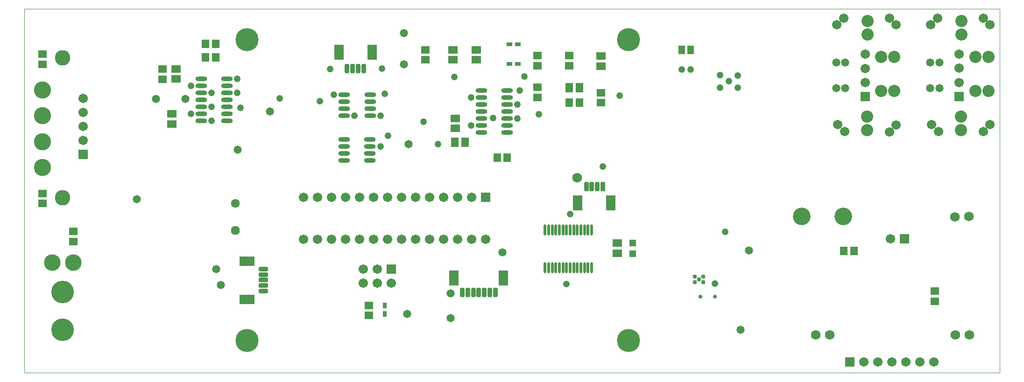
<source format=gts>
%FSLAX25Y25*%
%MOIN*%
G70*
G01*
G75*
G04 Layer_Color=8388736*
G04:AMPARAMS|DCode=10|XSize=23.62mil|YSize=61.02mil|CornerRadius=5.91mil|HoleSize=0mil|Usage=FLASHONLY|Rotation=0.000|XOffset=0mil|YOffset=0mil|HoleType=Round|Shape=RoundedRectangle|*
%AMROUNDEDRECTD10*
21,1,0.02362,0.04921,0,0,0.0*
21,1,0.01181,0.06102,0,0,0.0*
1,1,0.01181,0.00591,-0.02461*
1,1,0.01181,-0.00591,-0.02461*
1,1,0.01181,-0.00591,0.02461*
1,1,0.01181,0.00591,0.02461*
%
%ADD10ROUNDEDRECTD10*%
%ADD11R,0.05906X0.09843*%
%ADD12O,0.07480X0.02362*%
%ADD13O,0.01378X0.07087*%
%ADD14R,0.09843X0.05906*%
G04:AMPARAMS|DCode=15|XSize=23.62mil|YSize=61.02mil|CornerRadius=5.91mil|HoleSize=0mil|Usage=FLASHONLY|Rotation=270.000|XOffset=0mil|YOffset=0mil|HoleType=Round|Shape=RoundedRectangle|*
%AMROUNDEDRECTD15*
21,1,0.02362,0.04921,0,0,270.0*
21,1,0.01181,0.06102,0,0,270.0*
1,1,0.01181,-0.02461,-0.00591*
1,1,0.01181,-0.02461,0.00591*
1,1,0.01181,0.02461,0.00591*
1,1,0.01181,0.02461,-0.00591*
%
%ADD15ROUNDEDRECTD15*%
%ADD16R,0.03937X0.05315*%
%ADD17R,0.04134X0.04331*%
%ADD18R,0.03150X0.01969*%
%ADD19R,0.01969X0.03150*%
%ADD20R,0.04724X0.05315*%
%ADD21R,0.05315X0.04724*%
%ADD22R,0.05709X0.04528*%
%ADD23R,0.04528X0.05709*%
%ADD24C,0.03937*%
%ADD25C,0.01500*%
%ADD26C,0.02000*%
%ADD27C,0.01300*%
%ADD28C,0.04000*%
%ADD29C,0.05000*%
%ADD30C,0.03000*%
%ADD31C,0.06500*%
%ADD32C,0.06000*%
%ADD33C,0.00100*%
%ADD34C,0.07874*%
%ADD35R,0.05906X0.05906*%
%ADD36C,0.05906*%
%ADD37C,0.11024*%
%ADD38C,0.15354*%
%ADD39C,0.06000*%
%ADD40C,0.11417*%
%ADD41R,0.05906X0.05906*%
%ADD42P,0.05966X8X112.5*%
%ADD43C,0.05512*%
%ADD44C,0.11811*%
%ADD45C,0.05000*%
%ADD46C,0.02284*%
%ADD47C,0.10236*%
%ADD48C,0.15700*%
%ADD49C,0.04000*%
%ADD50C,0.02000*%
%ADD51C,0.06200*%
%ADD52R,0.06693X0.12598*%
%ADD53R,0.09449X0.06496*%
%ADD54O,0.01102X0.03347*%
%ADD55R,0.03543X0.02559*%
%ADD56R,0.06102X0.05512*%
%ADD57R,0.04331X0.04134*%
%ADD58R,0.03937X0.02362*%
%ADD59C,0.04500*%
%ADD60C,0.01000*%
%ADD61C,0.02500*%
%ADD62C,0.07000*%
%ADD63C,0.03500*%
%ADD64C,0.05500*%
%ADD65R,0.02756X0.01102*%
%ADD66C,0.01575*%
%ADD67C,0.02362*%
%ADD68C,0.00787*%
%ADD69C,0.00800*%
G04:AMPARAMS|DCode=70|XSize=31.62mil|YSize=69.02mil|CornerRadius=9.91mil|HoleSize=0mil|Usage=FLASHONLY|Rotation=0.000|XOffset=0mil|YOffset=0mil|HoleType=Round|Shape=RoundedRectangle|*
%AMROUNDEDRECTD70*
21,1,0.03162,0.04921,0,0,0.0*
21,1,0.01181,0.06902,0,0,0.0*
1,1,0.01981,0.00591,-0.02461*
1,1,0.01981,-0.00591,-0.02461*
1,1,0.01981,-0.00591,0.02461*
1,1,0.01981,0.00591,0.02461*
%
%ADD70ROUNDEDRECTD70*%
%ADD71R,0.06706X0.10642*%
%ADD72O,0.08280X0.03162*%
%ADD73O,0.02178X0.07887*%
%ADD74R,0.10642X0.06706*%
G04:AMPARAMS|DCode=75|XSize=31.62mil|YSize=69.02mil|CornerRadius=9.91mil|HoleSize=0mil|Usage=FLASHONLY|Rotation=270.000|XOffset=0mil|YOffset=0mil|HoleType=Round|Shape=RoundedRectangle|*
%AMROUNDEDRECTD75*
21,1,0.03162,0.04921,0,0,270.0*
21,1,0.01181,0.06902,0,0,270.0*
1,1,0.01981,-0.02461,-0.00591*
1,1,0.01981,-0.02461,0.00591*
1,1,0.01981,0.02461,0.00591*
1,1,0.01981,0.02461,-0.00591*
%
%ADD75ROUNDEDRECTD75*%
%ADD76R,0.04737X0.06115*%
%ADD77R,0.04934X0.05131*%
%ADD78R,0.03950X0.02769*%
%ADD79R,0.02769X0.03950*%
%ADD80R,0.05524X0.06115*%
%ADD81R,0.06115X0.05524*%
%ADD82R,0.06509X0.05328*%
%ADD83R,0.05328X0.06509*%
%ADD84C,0.08674*%
%ADD85R,0.06706X0.06706*%
%ADD86C,0.06706*%
%ADD87C,0.11824*%
%ADD88C,0.16154*%
%ADD89C,0.06800*%
%ADD90C,0.12217*%
%ADD91R,0.06706X0.06706*%
%ADD92P,0.06832X8X112.5*%
%ADD93C,0.06312*%
%ADD94C,0.12611*%
%ADD95C,0.05800*%
%ADD96C,0.03084*%
%ADD97C,0.11036*%
%ADD98C,0.16500*%
%ADD99C,0.04800*%
%ADD100C,0.02800*%
%ADD101C,0.07000*%
D33*
X696300Y0D02*
Y260000D01*
X-0D02*
X696300D01*
X-0Y0D02*
X696300D01*
X-0D02*
Y260000D01*
D70*
X336050Y57500D02*
D03*
X312550D02*
D03*
X316467D02*
D03*
X320384D02*
D03*
X324300D02*
D03*
X328217D02*
D03*
X332134D02*
D03*
X412861Y133017D02*
D03*
X408928D02*
D03*
X404994D02*
D03*
X401061D02*
D03*
X230250Y217600D02*
D03*
X234184D02*
D03*
X238117D02*
D03*
X242050D02*
D03*
D71*
X341950Y67800D02*
D03*
X306650D02*
D03*
X418661Y121517D02*
D03*
X394961D02*
D03*
X224450Y229100D02*
D03*
X248150D02*
D03*
D72*
X228330Y198900D02*
D03*
Y193900D02*
D03*
Y188900D02*
D03*
Y183900D02*
D03*
X246834Y198900D02*
D03*
Y193900D02*
D03*
Y188900D02*
D03*
Y183900D02*
D03*
X126167Y210000D02*
D03*
Y205000D02*
D03*
Y200000D02*
D03*
Y195000D02*
D03*
Y190000D02*
D03*
Y185000D02*
D03*
Y180000D02*
D03*
X144671Y210000D02*
D03*
Y205000D02*
D03*
Y200000D02*
D03*
Y195000D02*
D03*
Y190000D02*
D03*
Y185000D02*
D03*
Y180000D02*
D03*
X326130Y201790D02*
D03*
Y196790D02*
D03*
Y191790D02*
D03*
Y186790D02*
D03*
Y181790D02*
D03*
Y176790D02*
D03*
Y171790D02*
D03*
X344634Y201790D02*
D03*
Y196790D02*
D03*
Y191790D02*
D03*
Y186790D02*
D03*
Y181790D02*
D03*
Y176790D02*
D03*
Y171790D02*
D03*
X228198Y166700D02*
D03*
Y161700D02*
D03*
Y156700D02*
D03*
Y151700D02*
D03*
X246702Y166700D02*
D03*
Y161700D02*
D03*
Y156700D02*
D03*
Y151700D02*
D03*
D73*
X404884Y101986D02*
D03*
X402325D02*
D03*
X399766D02*
D03*
X397207D02*
D03*
X394648D02*
D03*
X392089D02*
D03*
X389530D02*
D03*
X386971D02*
D03*
X384412D02*
D03*
X381853D02*
D03*
X379294D02*
D03*
X376735D02*
D03*
X374176D02*
D03*
X371617D02*
D03*
X404884Y75214D02*
D03*
X402325D02*
D03*
X399766D02*
D03*
X397207D02*
D03*
X394648D02*
D03*
X392089D02*
D03*
X389530D02*
D03*
X386971D02*
D03*
X384412D02*
D03*
X381853D02*
D03*
X379294D02*
D03*
X376735D02*
D03*
X374176D02*
D03*
X371617D02*
D03*
D74*
X158750Y52400D02*
D03*
Y79700D02*
D03*
D75*
X170550Y74100D02*
D03*
Y58500D02*
D03*
Y62400D02*
D03*
Y66300D02*
D03*
Y70200D02*
D03*
D76*
X475401Y230759D02*
D03*
X469299D02*
D03*
D77*
X434082Y84963D02*
D03*
Y92837D02*
D03*
D78*
X352350Y220890D02*
D03*
X346350D02*
D03*
X352350Y234790D02*
D03*
X346350D02*
D03*
D79*
X257151Y42000D02*
D03*
Y48000D02*
D03*
D80*
X584909Y87050D02*
D03*
X592192D02*
D03*
X129277Y225468D02*
D03*
X136561D02*
D03*
X129277Y235271D02*
D03*
X136561D02*
D03*
X337409Y153800D02*
D03*
X344692D02*
D03*
X388840Y193042D02*
D03*
X396124D02*
D03*
D81*
X649950Y58492D02*
D03*
Y51208D02*
D03*
X98450Y209705D02*
D03*
Y216988D02*
D03*
X286250Y223648D02*
D03*
Y230931D02*
D03*
X411550Y192958D02*
D03*
Y200242D02*
D03*
X388852Y219458D02*
D03*
Y226742D02*
D03*
X366350Y204042D02*
D03*
Y196758D02*
D03*
Y219458D02*
D03*
Y226742D02*
D03*
X245751Y48241D02*
D03*
Y40958D02*
D03*
X12750Y220558D02*
D03*
Y227842D02*
D03*
X12950Y128242D02*
D03*
Y120958D02*
D03*
X34750Y93858D02*
D03*
Y101142D02*
D03*
D82*
X108119Y217242D02*
D03*
Y209958D02*
D03*
X105250Y177758D02*
D03*
Y185042D02*
D03*
X322450Y223648D02*
D03*
Y230931D02*
D03*
X305950Y223648D02*
D03*
Y230931D02*
D03*
X307450Y181942D02*
D03*
Y174658D02*
D03*
X411550Y219258D02*
D03*
Y226542D02*
D03*
X423082Y92672D02*
D03*
Y85389D02*
D03*
D83*
X307287Y164900D02*
D03*
X314571D02*
D03*
X388840Y203900D02*
D03*
X396124D02*
D03*
D84*
X678750Y225800D02*
D03*
X688050D02*
D03*
X668950Y251607D02*
D03*
Y241800D02*
D03*
X688050Y201400D02*
D03*
X678750Y201463D02*
D03*
X668650Y173400D02*
D03*
Y183207D02*
D03*
X601550Y183107D02*
D03*
Y173300D02*
D03*
X611650Y201363D02*
D03*
X620950Y201300D02*
D03*
X601850Y241700D02*
D03*
Y251507D02*
D03*
X620950Y225700D02*
D03*
X611650D02*
D03*
D85*
X667350Y197500D02*
D03*
X600250Y197400D02*
D03*
X41850Y156100D02*
D03*
X329119Y125576D02*
D03*
D86*
X667350Y207576D02*
D03*
Y217652D02*
D03*
Y227727D02*
D03*
X600250Y227627D02*
D03*
Y217551D02*
D03*
Y207476D02*
D03*
X261821Y64100D02*
D03*
X251820Y74100D02*
D03*
Y64100D02*
D03*
X241821Y74100D02*
D03*
Y64100D02*
D03*
X649250Y7850D02*
D03*
X639250D02*
D03*
X629250D02*
D03*
X619250D02*
D03*
X599250D02*
D03*
X609250D02*
D03*
X41850Y196100D02*
D03*
Y186100D02*
D03*
Y176100D02*
D03*
Y166100D02*
D03*
X618050Y95650D02*
D03*
X319119Y125576D02*
D03*
X309119D02*
D03*
X299119D02*
D03*
X289119D02*
D03*
X279119D02*
D03*
X269119D02*
D03*
X259119D02*
D03*
X249119D02*
D03*
X239119D02*
D03*
X229119D02*
D03*
X219119D02*
D03*
X209119D02*
D03*
X199119D02*
D03*
X329119Y95576D02*
D03*
X319119D02*
D03*
X309119D02*
D03*
X299119D02*
D03*
X289119D02*
D03*
X279119D02*
D03*
X269119D02*
D03*
X259119D02*
D03*
X249119D02*
D03*
X239119D02*
D03*
X229119D02*
D03*
X219119D02*
D03*
X209119D02*
D03*
X199119D02*
D03*
X652650Y172400D02*
D03*
X647650Y177400D02*
D03*
X689310Y177370D02*
D03*
X684680Y172370D02*
D03*
Y253500D02*
D03*
X689310Y248870D02*
D03*
X651950Y253500D02*
D03*
X646950Y248870D02*
D03*
X579850Y248770D02*
D03*
X584850Y253400D02*
D03*
X622210Y248770D02*
D03*
X617580Y253400D02*
D03*
Y172270D02*
D03*
X622210Y177270D02*
D03*
X580550Y177300D02*
D03*
X585550Y172300D02*
D03*
D87*
X34750Y78700D02*
D03*
X19750D02*
D03*
D88*
X27250Y57700D02*
D03*
Y30700D02*
D03*
D89*
X674200Y111800D02*
D03*
X664200Y111600D02*
D03*
X674501Y27200D02*
D03*
X664501Y27000D02*
D03*
X575000Y27200D02*
D03*
X565000Y27000D02*
D03*
D90*
X12750Y146700D02*
D03*
Y165200D02*
D03*
Y183700D02*
D03*
Y202200D02*
D03*
D91*
X261821Y74100D02*
D03*
X589250Y7850D02*
D03*
X628050Y95650D02*
D03*
D92*
X150650Y101917D02*
D03*
D93*
Y121129D02*
D03*
D94*
X554801Y111800D02*
D03*
X584700Y111700D02*
D03*
D95*
X653050Y203400D02*
D03*
Y221900D02*
D03*
X646550Y203400D02*
D03*
Y221900D02*
D03*
X579450Y221800D02*
D03*
Y203300D02*
D03*
X585950Y221800D02*
D03*
Y203300D02*
D03*
X140182Y62668D02*
D03*
X511250Y30700D02*
D03*
X517050Y87300D02*
D03*
X273350Y42000D02*
D03*
X304250Y39128D02*
D03*
Y56763D02*
D03*
X80050Y124000D02*
D03*
X274350Y163350D02*
D03*
X270850Y220494D02*
D03*
Y242700D02*
D03*
X175250Y186736D02*
D03*
X93850Y195621D02*
D03*
X114850D02*
D03*
X152164Y159363D02*
D03*
X136950Y74100D02*
D03*
X341050Y86200D02*
D03*
D96*
X478556Y68768D02*
D03*
X481508Y66800D02*
D03*
X478556Y64831D02*
D03*
X484461Y68768D02*
D03*
Y64831D02*
D03*
D97*
X27250Y225200D02*
D03*
Y125200D02*
D03*
D98*
X431250Y23100D02*
D03*
Y238100D02*
D03*
X158750D02*
D03*
Y23100D02*
D03*
D99*
X152011Y200000D02*
D03*
X318790Y176790D02*
D03*
X351974Y191790D02*
D03*
X424950Y198179D02*
D03*
X133507Y200000D02*
D03*
X118827Y185000D02*
D03*
X475401Y216863D02*
D03*
X295250Y163589D02*
D03*
X351974Y181790D02*
D03*
X356850Y211700D02*
D03*
X133507Y180000D02*
D03*
X469299Y216863D02*
D03*
X318790Y196790D02*
D03*
X306850Y211378D02*
D03*
X334550Y182000D02*
D03*
X118827Y205000D02*
D03*
X284750Y179300D02*
D03*
X210950Y193968D02*
D03*
X154150Y189445D02*
D03*
X259550Y169300D02*
D03*
X257057Y199400D02*
D03*
X367150Y184700D02*
D03*
X509270Y203700D02*
D03*
X496450D02*
D03*
Y212700D02*
D03*
X509270Y212500D02*
D03*
X500177Y100800D02*
D03*
X492850Y63847D02*
D03*
X502850Y208400D02*
D03*
X386971Y63420D02*
D03*
X389540Y113290D02*
D03*
X254042Y161700D02*
D03*
X235670Y183900D02*
D03*
X254174D02*
D03*
X218150Y217116D02*
D03*
X182050Y196100D02*
D03*
X133507Y190000D02*
D03*
X152011Y210000D02*
D03*
X220990Y198900D02*
D03*
X255350Y217300D02*
D03*
X353561Y201790D02*
D03*
X412950Y147451D02*
D03*
D100*
X492791Y54586D02*
D03*
X482386D02*
D03*
D101*
X394561Y139517D02*
D03*
M02*

</source>
